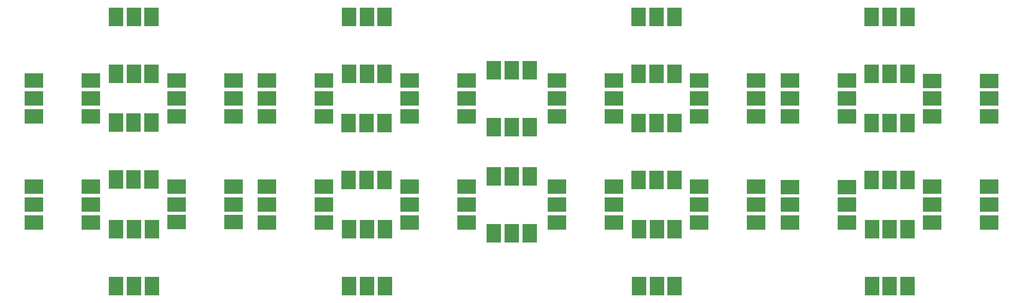
<source format=gbr>
%TF.GenerationSoftware,KiCad,Pcbnew,8.0.6*%
%TF.CreationDate,2024-11-20T14:38:13-08:00*%
%TF.ProjectId,SleepBud,536c6565-7042-4756-942e-6b696361645f,rev?*%
%TF.SameCoordinates,Original*%
%TF.FileFunction,Paste,Bot*%
%TF.FilePolarity,Positive*%
%FSLAX46Y46*%
G04 Gerber Fmt 4.6, Leading zero omitted, Abs format (unit mm)*
G04 Created by KiCad (PCBNEW 8.0.6) date 2024-11-20 14:38:13*
%MOMM*%
%LPD*%
G01*
G04 APERTURE LIST*
%ADD10R,3.150000X2.400000*%
%ADD11R,2.400000X3.150000*%
G04 APERTURE END LIST*
D10*
%TO.C,D19*%
X131960000Y-92562500D03*
X122560000Y-92562500D03*
X122560000Y-89612500D03*
X131960000Y-86662500D03*
X122560000Y-86662500D03*
X131960000Y-89612500D03*
%TD*%
%TO.C,D25*%
X84125000Y-69172500D03*
X93525000Y-69172500D03*
X93525000Y-72122500D03*
X84125000Y-75072500D03*
X93525000Y-75072500D03*
X84125000Y-72122500D03*
%TD*%
%TO.C,D12*%
X156265000Y-92610000D03*
X146865000Y-92610000D03*
X146865000Y-89660000D03*
X156265000Y-86710000D03*
X146865000Y-86710000D03*
X156265000Y-89660000D03*
%TD*%
D11*
%TO.C,D30*%
X80025000Y-76122500D03*
X80025000Y-85522500D03*
X77075000Y-85522500D03*
X74125000Y-76122500D03*
X74125000Y-85522500D03*
X77075000Y-76122500D03*
%TD*%
%TO.C,D23*%
X118460000Y-76137500D03*
X118460000Y-85537500D03*
X115510000Y-85537500D03*
X112560000Y-76137500D03*
X112560000Y-85537500D03*
X115510000Y-76137500D03*
%TD*%
%TO.C,D17*%
X118485000Y-58637500D03*
X118485000Y-68037500D03*
X115535000Y-68037500D03*
X112585000Y-58637500D03*
X112585000Y-68037500D03*
X115535000Y-58637500D03*
%TD*%
D10*
%TO.C,D9*%
X170365000Y-69185000D03*
X179765000Y-69185000D03*
X179765000Y-72135000D03*
X170365000Y-75085000D03*
X179765000Y-75085000D03*
X170365000Y-72135000D03*
%TD*%
%TO.C,D22*%
X99085000Y-69162500D03*
X108485000Y-69162500D03*
X108485000Y-72112500D03*
X99085000Y-75062500D03*
X108485000Y-75062500D03*
X99085000Y-72112500D03*
%TD*%
D11*
%TO.C,D15*%
X142390000Y-67440000D03*
X142390000Y-76840000D03*
X139440000Y-76840000D03*
X136490000Y-67440000D03*
X136490000Y-76840000D03*
X139440000Y-67440000D03*
%TD*%
D10*
%TO.C,D5*%
X194700000Y-92625000D03*
X185300000Y-92625000D03*
X185300000Y-89675000D03*
X194700000Y-86725000D03*
X185300000Y-86725000D03*
X194700000Y-89675000D03*
%TD*%
D11*
%TO.C,D1*%
X204725000Y-58650000D03*
X204725000Y-68050000D03*
X201775000Y-68050000D03*
X198825000Y-58650000D03*
X198825000Y-68050000D03*
X201775000Y-58650000D03*
%TD*%
%TO.C,D11*%
X166315000Y-93710000D03*
X166315000Y-103110000D03*
X163365000Y-103110000D03*
X160415000Y-93710000D03*
X160415000Y-103110000D03*
X163365000Y-93710000D03*
%TD*%
%TO.C,D24*%
X80050000Y-58622500D03*
X80050000Y-68022500D03*
X77100000Y-68022500D03*
X74150000Y-58622500D03*
X74150000Y-68022500D03*
X77100000Y-58622500D03*
%TD*%
%TO.C,D7*%
X204700000Y-76150000D03*
X204700000Y-85550000D03*
X201750000Y-85550000D03*
X198800000Y-76150000D03*
X198800000Y-85550000D03*
X201750000Y-76150000D03*
%TD*%
D10*
%TO.C,D3*%
X218200000Y-92575000D03*
X208800000Y-92575000D03*
X208800000Y-89625000D03*
X218200000Y-86675000D03*
X208800000Y-86675000D03*
X218200000Y-89625000D03*
%TD*%
%TO.C,D2*%
X208800000Y-69200000D03*
X218200000Y-69200000D03*
X218200000Y-72150000D03*
X208800000Y-75100000D03*
X218200000Y-75100000D03*
X208800000Y-72150000D03*
%TD*%
D11*
%TO.C,D16*%
X142390000Y-84970000D03*
X142390000Y-94370000D03*
X139440000Y-94370000D03*
X136490000Y-84970000D03*
X136490000Y-94370000D03*
X139440000Y-84970000D03*
%TD*%
D10*
%TO.C,D18*%
X122560000Y-69187500D03*
X131960000Y-69187500D03*
X131960000Y-72137500D03*
X122560000Y-75087500D03*
X131960000Y-75087500D03*
X122560000Y-72137500D03*
%TD*%
%TO.C,D10*%
X179765000Y-92560000D03*
X170365000Y-92560000D03*
X170365000Y-89610000D03*
X179765000Y-86660000D03*
X170365000Y-86660000D03*
X179765000Y-89610000D03*
%TD*%
D11*
%TO.C,D4*%
X204750000Y-93725000D03*
X204750000Y-103125000D03*
X201800000Y-103125000D03*
X198850000Y-93725000D03*
X198850000Y-103125000D03*
X201800000Y-93725000D03*
%TD*%
D10*
%TO.C,D26*%
X93525000Y-92547500D03*
X84125000Y-92547500D03*
X84125000Y-89597500D03*
X93525000Y-86647500D03*
X84125000Y-86647500D03*
X93525000Y-89597500D03*
%TD*%
D11*
%TO.C,D27*%
X80075000Y-93697500D03*
X80075000Y-103097500D03*
X77125000Y-103097500D03*
X74175000Y-93697500D03*
X74175000Y-103097500D03*
X77125000Y-93697500D03*
%TD*%
D10*
%TO.C,D6*%
X185325000Y-69175000D03*
X194725000Y-69175000D03*
X194725000Y-72125000D03*
X185325000Y-75075000D03*
X194725000Y-75075000D03*
X185325000Y-72125000D03*
%TD*%
D11*
%TO.C,D14*%
X166265000Y-76135000D03*
X166265000Y-85535000D03*
X163315000Y-85535000D03*
X160365000Y-76135000D03*
X160365000Y-85535000D03*
X163315000Y-76135000D03*
%TD*%
D10*
%TO.C,D13*%
X146890000Y-69160000D03*
X156290000Y-69160000D03*
X156290000Y-72110000D03*
X146890000Y-75060000D03*
X156290000Y-75060000D03*
X146890000Y-72110000D03*
%TD*%
%TO.C,D21*%
X108460000Y-92612500D03*
X99060000Y-92612500D03*
X99060000Y-89662500D03*
X108460000Y-86712500D03*
X99060000Y-86712500D03*
X108460000Y-89662500D03*
%TD*%
D11*
%TO.C,D8*%
X166290000Y-58635000D03*
X166290000Y-68035000D03*
X163340000Y-68035000D03*
X160390000Y-58635000D03*
X160390000Y-68035000D03*
X163340000Y-58635000D03*
%TD*%
D10*
%TO.C,D28*%
X70025000Y-92597500D03*
X60625000Y-92597500D03*
X60625000Y-89647500D03*
X70025000Y-86697500D03*
X60625000Y-86697500D03*
X70025000Y-89647500D03*
%TD*%
D11*
%TO.C,D20*%
X118510000Y-93712500D03*
X118510000Y-103112500D03*
X115560000Y-103112500D03*
X112610000Y-93712500D03*
X112610000Y-103112500D03*
X115560000Y-93712500D03*
%TD*%
D10*
%TO.C,D29*%
X60650000Y-69147500D03*
X70050000Y-69147500D03*
X70050000Y-72097500D03*
X60650000Y-75047500D03*
X70050000Y-75047500D03*
X60650000Y-72097500D03*
%TD*%
M02*

</source>
